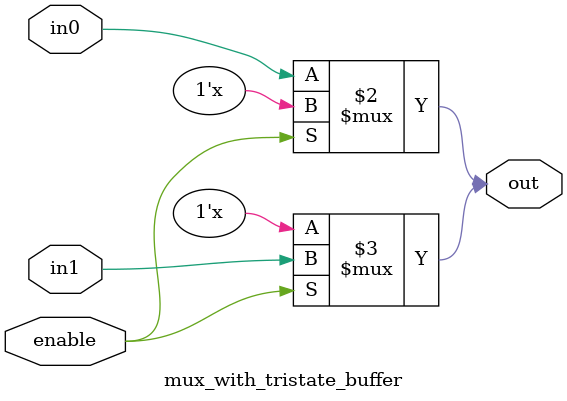
<source format=v>
module mux_with_tristate_buffer(
    input in0,in1,enable,
    output tri out
);
assign out=~enable?in0:1'bz;
assign out=enable?in1:1'bz;
endmodule

</source>
